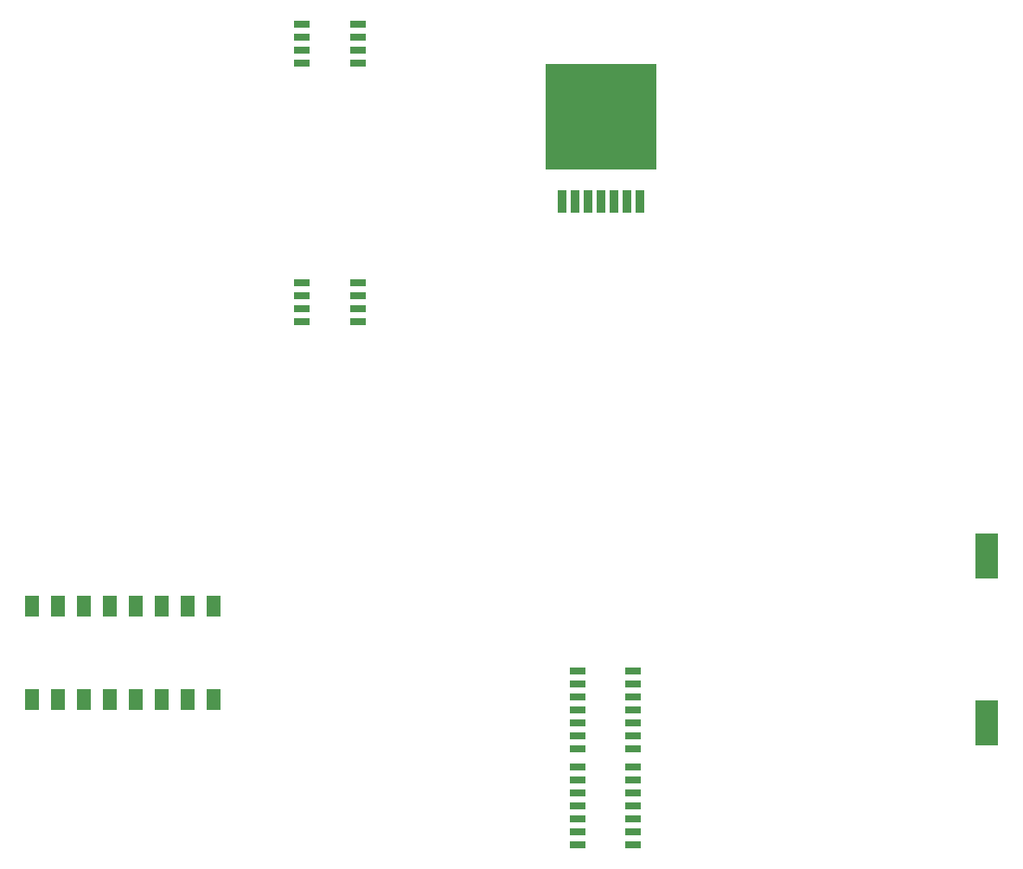
<source format=gbr>
%TF.GenerationSoftware,KiCad,Pcbnew,(6.0.0)*%
%TF.CreationDate,2022-07-15T19:40:24-07:00*%
%TF.ProjectId,AMS-Mega2560-Base,414d532d-4d65-4676-9132-3536302d4261,rev?*%
%TF.SameCoordinates,Original*%
%TF.FileFunction,Paste,Top*%
%TF.FilePolarity,Positive*%
%FSLAX46Y46*%
G04 Gerber Fmt 4.6, Leading zero omitted, Abs format (unit mm)*
G04 Created by KiCad (PCBNEW (6.0.0)) date 2022-07-15 19:40:24*
%MOMM*%
%LPD*%
G01*
G04 APERTURE LIST*
%ADD10R,0.910000X2.160000*%
%ADD11R,10.800000X10.410000*%
%ADD12R,1.450000X2.100000*%
%ADD13R,1.528000X0.650000*%
%ADD14R,2.300000X4.500000*%
%ADD15R,1.525000X0.650000*%
G04 APERTURE END LIST*
D10*
%TO.C,IC9*%
X126848400Y-70987100D03*
X128118400Y-70987100D03*
X129388400Y-70987100D03*
X130658400Y-70987100D03*
X131928400Y-70987100D03*
X133198400Y-70987100D03*
X134468400Y-70987100D03*
D11*
X130658400Y-62667100D03*
%TD*%
D12*
%TO.C,IC7*%
X92718500Y-110579700D03*
X90178500Y-110579700D03*
X87638500Y-110579700D03*
X85098500Y-110579700D03*
X82558500Y-110579700D03*
X80018500Y-110579700D03*
X77478500Y-110579700D03*
X74938500Y-110579700D03*
X74938500Y-119679700D03*
X77478500Y-119679700D03*
X80018500Y-119679700D03*
X82558500Y-119679700D03*
X85098500Y-119679700D03*
X87638500Y-119679700D03*
X90178500Y-119679700D03*
X92718500Y-119679700D03*
%TD*%
D13*
%TO.C,IC11*%
X101418300Y-53593900D03*
X101418300Y-54863900D03*
X101418300Y-56133900D03*
X101418300Y-57403900D03*
X106840300Y-57403900D03*
X106840300Y-56133900D03*
X106840300Y-54863900D03*
X106840300Y-53593900D03*
%TD*%
%TO.C,IC10*%
X106840300Y-82737900D03*
X106840300Y-81467900D03*
X106840300Y-80197900D03*
X106840300Y-78927900D03*
X101418300Y-78927900D03*
X101418300Y-80197900D03*
X101418300Y-81467900D03*
X101418300Y-82737900D03*
%TD*%
D14*
%TO.C,U3*%
X168461800Y-122032500D03*
X168461800Y-105632500D03*
%TD*%
D15*
%TO.C,IC6*%
X128386900Y-126341400D03*
X128386900Y-127611400D03*
X128386900Y-128881400D03*
X128386900Y-130151400D03*
X128386900Y-131421400D03*
X128386900Y-132691400D03*
X128386900Y-133961400D03*
X133810900Y-133961400D03*
X133810900Y-132691400D03*
X133810900Y-131421400D03*
X133810900Y-130151400D03*
X133810900Y-128881400D03*
X133810900Y-127611400D03*
X133810900Y-126341400D03*
%TD*%
%TO.C,IC20*%
X128388000Y-116960100D03*
X128388000Y-118230100D03*
X128388000Y-119500100D03*
X128388000Y-120770100D03*
X128388000Y-122040100D03*
X128388000Y-123310100D03*
X128388000Y-124580100D03*
X133812000Y-124580100D03*
X133812000Y-123310100D03*
X133812000Y-122040100D03*
X133812000Y-120770100D03*
X133812000Y-119500100D03*
X133812000Y-118230100D03*
X133812000Y-116960100D03*
%TD*%
M02*

</source>
